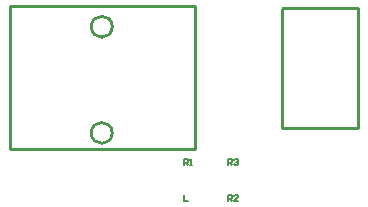
<source format=gto>
%FSLAX23Y23*%
%MOIN*%
G70*
G01*
G75*
%ADD10R,0.118X0.059*%
%ADD11R,0.118X0.039*%
%ADD12R,0.024X0.020*%
%ADD13C,0.010*%
%ADD14C,0.060*%
%ADD15C,0.236*%
%ADD16C,0.039*%
%ADD17C,0.005*%
D13*
X815Y647D02*
G03*
X815Y647I-35J0D01*
G01*
Y293D02*
G03*
X815Y293I-35J0D01*
G01*
X1380Y310D02*
X1635D01*
X1380D02*
Y705D01*
X1385Y710D01*
X1635D01*
Y310D02*
Y710D01*
X475Y715D02*
X1090D01*
Y240D02*
Y715D01*
X475Y240D02*
X1090D01*
X475D02*
Y715D01*
D17*
X1055Y85D02*
Y65D01*
X1068D01*
X1055Y185D02*
Y205D01*
X1065D01*
X1068Y202D01*
Y195D01*
X1065Y192D01*
X1055D01*
X1062D02*
X1068Y185D01*
X1075D02*
X1082D01*
X1078D01*
Y205D01*
X1075Y202D01*
X1200Y65D02*
Y85D01*
X1210D01*
X1213Y82D01*
Y75D01*
X1210Y72D01*
X1200D01*
X1207D02*
X1213Y65D01*
X1233D02*
X1220D01*
X1233Y78D01*
Y82D01*
X1230Y85D01*
X1223D01*
X1220Y82D01*
X1200Y185D02*
Y205D01*
X1210D01*
X1213Y202D01*
Y195D01*
X1210Y192D01*
X1200D01*
X1207D02*
X1213Y185D01*
X1220Y202D02*
X1223Y205D01*
X1230D01*
X1233Y202D01*
Y198D01*
X1230Y195D01*
X1227D01*
X1230D01*
X1233Y192D01*
Y188D01*
X1230Y185D01*
X1223D01*
X1220Y188D01*
M02*

</source>
